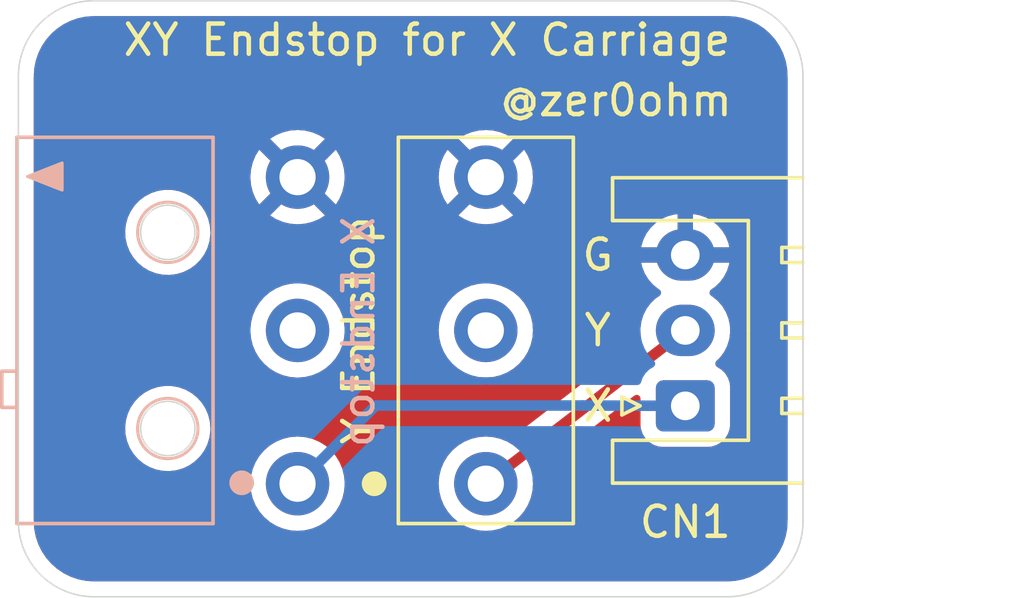
<source format=kicad_pcb>
(kicad_pcb (version 20211014) (generator pcbnew)
  (layers (0 "F.Cu" signal) (31 "B.Cu" signal) (34 "B.Paste" user) (35 "F.Paste" user) (36 "B.SilkS" user "B.Silkscreen") (37 "F.SilkS" user "F.Silkscreen") (38 "B.Mask" user) (39 "F.Mask" user) (44 "Edge.Cuts" user))
  (net 0 "")
  (net 1 "/X_sw")
  (net 2 "/Y_sw")
  (net 3 "GND")
  (footprint "Connector_JST:JST_XH_S3B-XH-A_1x03_P2.50mm_Horizontal" (layer "F.Cu") (at 72.1 146.425 90)
    (fp_text reference "CN1" (at -3.85 0 180) (layer "F.SilkS"))
    (fp_text value "S3B-XH-A")
    (fp_line (start 5.25 3.2) (end 4.75 3.2) (layer "F.SilkS") (width 0.12))
    (fp_line (start 6.14 2.09) (end 2.5 2.09) (layer "F.SilkS") (width 0.12))
    (fp_line (start -1.14 2.09) (end 2.5 2.09) (layer "F.SilkS") (width 0.12))
    (fp_line (start 0.25 3.9) (end 0.25 3.2) (layer "F.SilkS") (width 0.12))
    (fp_line (start -0.3 -2.1) (end 0.3 -2.1) (layer "F.SilkS") (width 0.12))
    (fp_line (start -1.14 -2.41) (end -1.14 2.09) (layer "F.SilkS") (width 0.12))
    (fp_line (start 2.75 3.9) (end 2.75 3.2) (layer "F.SilkS") (width 0.12))
    (fp_line (start 0 -1.5) (end -0.3 -2.1) (layer "F.SilkS") (width 0.12))
    (fp_line (start -2.56 3.9) (end -2.56 -2.41) (layer "F.SilkS") (width 0.12))
    (fp_line (start 0.3 -2.1) (end 0 -1.5) (layer "F.SilkS") (width 0.12))
    (fp_line (start 7.56 3.9) (end 7.56 -2.41) (layer "F.SilkS") (width 0.12))
    (fp_line (start 0.25 3.2) (end -0.25 3.2) (layer "F.SilkS") (width 0.12))
    (fp_line (start -0.25 3.2) (end -0.25 3.9) (layer "F.SilkS") (width 0.12))
    (fp_line (start -2.56 -2.41) (end -1.14 -2.41) (layer "F.SilkS") (width 0.12))
    (fp_line (start 2.25 3.2) (end 2.25 3.9) (layer "F.SilkS") (width 0.12))
    (fp_line (start 5.25 3.9) (end 5.25 3.2) (layer "F.SilkS") (width 0.12))
    (fp_line (start 2.75 3.2) (end 2.25 3.2) (layer "F.SilkS") (width 0.12))
    (fp_line (start 4.75 3.2) (end 4.75 3.9) (layer "F.SilkS") (width 0.12))
    (fp_line (start 6.14 -2.41) (end 6.14 2.09) (layer "F.SilkS") (width 0.12))
    (fp_line (start 7.56 -2.41) (end 6.14 -2.41) (layer "F.SilkS") (width 0.12))
    (pad "1" thru_hole roundrect (at 0 0 90) (size 1.7 1.95) (drill 0.95) (layers *.Cu *.Mask) (roundrect_rratio 0.1470588235) (net 1 "/X_sw"))
    (pad "2" thru_hole oval (at 2.5 0 90) (size 1.7 1.95) (drill 0.95) (layers *.Cu *.Mask) (net 2 "/Y_sw"))
    (pad "3" thru_hole oval (at 5 0 90) (size 1.7 1.95) (drill 0.95) (layers *.Cu *.Mask) (net 3 "GND"))
  )
  (footprint "D2F:D2F-x_T" (layer "F.Cu") (at 65.4895 149.005 90)
    (fp_text reference "SW2" hide)
    (fp_text value "D2F-L3")
    (fp_line (start -1.32 2.9) (end 11.48 2.9) (layer "F.SilkS") (width 0.12))
    (fp_line (start -1.32 2.9) (end -1.32 -2.9) (layer "F.SilkS") (width 0.12))
    (fp_line (start 11.48 2.9) (end 11.48 -2.9) (layer "F.SilkS") (width 0.12))
    (fp_line (start -1.32 -2.9) (end 11.48 -2.9) (layer "F.SilkS") (width 0.12))
    (fp_circle (center 0 -3.7) (end 0.35 -3.7) (layer "F.SilkS") (width 0.12) (fill solid))
    (pad "1" thru_hole circle (at 0 0 90) (size 2.1 2.1) (drill 1.2) (layers *.Cu *.Mask) (net 2 "/Y_sw"))
    (pad "2" thru_hole circle (at 5.08 0 90) (size 2.1 2.1) (drill 1.2) (layers *.Cu *.Mask))
    (pad "3" thru_hole circle (at 10.16 0 90) (size 2.1 2.1) (drill 1.2) (layers *.Cu *.Mask) (net 3 "GND"))
  )
  (footprint "D2F:D2F-x_A1" (layer "B.Cu") (at 52.75 147.175 90)
    (fp_text reference "SW1" hide)
    (fp_text value "D2F-L3-A1")
    (fp_line (start -3.15 -2.8) (end -3.15 3.7) (layer "B.SilkS") (width 0.12))
    (fp_line (start -3.15 3.7) (end 9.65 3.7) (layer "B.SilkS") (width 0.12))
    (fp_line (start 9.65 3.7) (end 9.65 -2.8) (layer "B.SilkS") (width 0.12))
    (fp_line (start 9.65 -2.8) (end -3.15 -2.8) (layer "B.SilkS") (width 0.12))
    (fp_rect (start 0.7 -2.8) (end 1.9 -3.3) (layer "B.SilkS") (width 0.12) (fill none))
    (fp_circle (center 0 2.2) (end 1 2.2) (layer "B.SilkS") (width 0.1) (fill none))
    (fp_circle (center -1.8 4.65) (end -1.45 4.65) (layer "B.SilkS") (width 0.12) (fill solid))
    (fp_circle (center 6.5 2.2) (end 7.5 2.2) (layer "B.SilkS") (width 0.1) (fill none))
    (fp_poly (pts (xy 8.35 -2.45) (xy 7.9 -1.3) (xy 8.8 -1.3)) (layer "B.SilkS") (width 0.1) (fill solid))
    (pad "1" thru_hole circle (at -1.83 6.5 90) (size 2.1 2.1) (drill 1.2) (layers *.Cu *.Mask) (net 1 "/X_sw"))
    (pad "2" thru_hole circle (at 3.25 6.5 90) (size 2.1 2.1) (drill 1.2) (layers *.Cu *.Mask))
    (pad "3" thru_hole circle (at 8.33 6.5 90) (size 2.1 2.1) (drill 1.2) (layers *.Cu *.Mask) (net 3 "GND"))
  )
  (gr_arc (start 73.5 133) (mid 75.267767 133.732233) (end 76 135.5) (layer "Edge.Cuts") (width 0.05))
  (gr_arc (start 52.5 152.75) (mid 50.732233 152.017767) (end 50 150.25) (layer "Edge.Cuts") (width 0.05))
  (gr_line (start 52.5 133) (end 73.5 133) (layer "Edge.Cuts") (width 0.05))
  (gr_arc (start 76 150.25) (mid 75.267767 152.017767) (end 73.5 152.75) (layer "Edge.Cuts") (width 0.05))
  (gr_circle (center 54.95 140.675) (end 55.85 140.675) (layer "Edge.Cuts") (width 0.05) (fill none))
  (gr_line (start 52.5 152.75) (end 73.5 152.75) (layer "Edge.Cuts") (width 0.05))
  (gr_arc (start 50 135.5) (mid 50.732233 133.732233) (end 52.5 133) (layer "Edge.Cuts") (width 0.05))
  (gr_line (start 76 150.25) (end 76 135.5) (layer "Edge.Cuts") (width 0.05))
  (gr_line (start 50 150.25) (end 50 135.5) (layer "Edge.Cuts") (width 0.05))
  (gr_circle (center 54.95 147.175) (end 55.85 147.175) (layer "Edge.Cuts") (width 0.05) (fill none))
  (gr_text "X Endstop" (at 61.275 143.975 90) (layer "B.SilkS") (effects (font (size 1 1)) (justify mirror)))
  (gr_text "X" (at 69.2 146.425) (layer "F.SilkS") (effects (font (size 1 1))))
  (gr_text "Y" (at 69.2 143.925) (layer "F.SilkS") (effects (font (size 1 1))))
  (gr_text "XY Endstop for X Carriage" (at 63.54 134.3) (layer "F.SilkS") (effects (font (size 1 1))))
  (gr_text "@zer0ohm" (at 69.8 136.3) (layer "F.SilkS") (effects (font (size 1 1))))
  (gr_text "Y Endstop" (at 61.275 143.925 90) (layer "F.SilkS") (effects (font (size 1 1))))
  (gr_text "G" (at 69.2 141.425) (layer "F.SilkS") (effects (font (size 1 1))))
  (segment (start 72.1 146.425) (end 72.025 146.5) (width 0.35) (layer "F.Cu") (net 1))
  (segment (start 61.841379 146.413621) (end 59.25 149.005) (width 0.35) (layer "B.Cu") (net 1))
  (segment (start 72.1 146.425) (end 68.686379 146.413621) (width 0.35) (layer "B.Cu") (net 1))
  (segment (start 68.686379 146.413621) (end 61.841379 146.413621) (width 0.35) (layer "B.Cu") (net 1))
  (segment (start 72.1 143.925) (end 65.4895 149.005) (width 0.35) (layer "F.Cu") (net 2))
  (segment (start 65 145.6) (end 65.8 145.6) (width 0.25) (layer "B.Cu") (net 3))
  (segment (start 59.25 139.700755) (end 59.25 138.845) (width 0.35) (layer "B.Cu") (net 3))
  (zone (net 3) (net_name "GND") (layers F&B.Cu) (connect_pads (clearance 0.508)) (min_thickness 0.254) (fill yes (thermal_gap 0.508) (thermal_bridge_width 0.508))
    (polygon (pts (xy 76 152.8) (xy 50 152.8) (xy 50 133) (xy 76 133)))
  )
)
</source>
